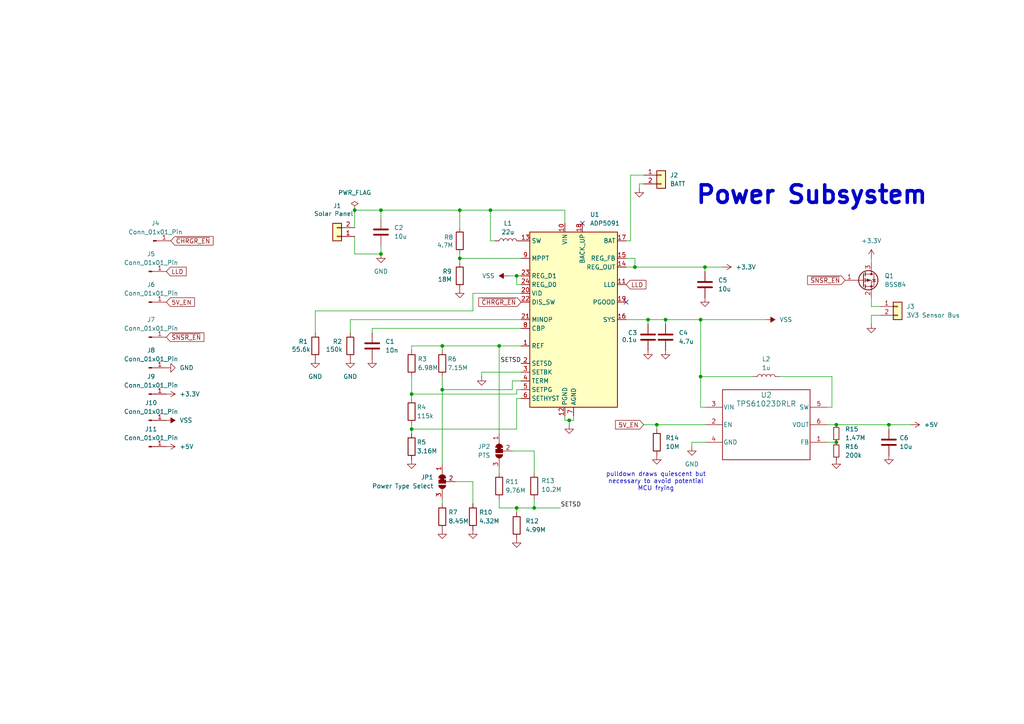
<source format=kicad_sch>
(kicad_sch (version 20231120) (generator "eeschema") (generator_version "8.0")
  (paper "A4")
  (lib_symbols
    (symbol "+3.3V_1" (power) (pin_names (offset 0))
      (property "Value" "+3.3V" (at 0 3.556 0))
      (symbol "+3.3V_1_0_1"
        (polyline (pts (xy -0.762 1.27) (xy 0 2.54)))
        (polyline (pts (xy 0 0) (xy 0 2.54)))
        (polyline (pts (xy 0 2.54) (xy 0.762 1.27)))
      )
      (symbol "+3.3V_1_1_1"
        (pin power_in line (at 0 0 90) (length 0) hide (name "+3.3V") (number "1"))
      )
    )
    (symbol "+3.3V_2" (power) (pin_names (offset 0))
      (property "Value" "+3.3V" (at 0 3.556 0))
      (symbol "+3.3V_2_0_1"
        (polyline (pts (xy -0.762 1.27) (xy 0 2.54)))
        (polyline (pts (xy 0 0) (xy 0 2.54)))
        (polyline (pts (xy 0 2.54) (xy 0.762 1.27)))
      )
      (symbol "+3.3V_2_1_1"
        (pin power_in line (at 0 0 90) (length 0) hide (name "+3.3V") (number "1"))
      )
    )
    (symbol "+5V_1" (power) (pin_names (offset 0))
      (property "Value" "+5V" (at 0 3.556 0))
      (symbol "+5V_1_0_1"
        (polyline (pts (xy -0.762 1.27) (xy 0 2.54)))
        (polyline (pts (xy 0 0) (xy 0 2.54)))
        (polyline (pts (xy 0 2.54) (xy 0.762 1.27)))
      )
      (symbol "+5V_1_1_1"
        (pin power_in line (at 0 0 90) (length 0) hide (name "+5V") (number "1"))
      )
    )
    (symbol "Battery_Management:ADP5091"
      (property "Reference" "U" (at -10.16 26.67 0))
      (property "Value" "ADP5091" (at 7.62 26.67 0))
      (symbol "ADP5091_0_1"
        (rectangle (start 12.7 25.4) (end -12.7 -25.4) (stroke (width 0.254)) (fill (type background)))
      )
      (symbol "ADP5091_1_1"
        (pin passive line (at -15.24 -7.62 0) (length 2.54) (name "REF") (number "1"))
        (pin power_in line (at -2.54 27.94 270) (length 2.54) (name "VIN") (number "10"))
        (pin output line (at 15.24 10.16 180) (length 2.54) (name "LLD") (number "11"))
        (pin power_in line (at -2.54 -27.94 90) (length 2.54) (name "PGND") (number "12"))
        (pin power_in line (at -15.24 22.86 0) (length 2.54) (name "SW") (number "13"))
        (pin power_out line (at 15.24 15.24 180) (length 2.54) (name "REG_OUT") (number "14"))
        (pin power_out line (at 15.24 17.78 180) (length 2.54) (name "REG_FB") (number "15"))
        (pin power_out line (at 15.24 0 180) (length 2.54) (name "SYS") (number "16"))
        (pin power_out line (at 15.24 22.86 180) (length 2.54) (name "BAT") (number "17"))
        (pin power_in line (at 2.54 27.94 270) (length 2.54) (name "BACK_UP") (number "18"))
        (pin output line (at 15.24 5.08 180) (length 2.54) (name "PGOOD") (number "19"))
        (pin passive line (at -15.24 -12.7 0) (length 2.54) (name "SETSD") (number "2"))
        (pin input line (at -15.24 7.62 0) (length 2.54) (name "VID") (number "20"))
        (pin passive line (at -15.24 0 0) (length 2.54) (name "MINOP") (number "21"))
        (pin input line (at -15.24 5.08 0) (length 2.54) (name "DIS_SW") (number "22"))
        (pin input line (at -15.24 12.7 0) (length 2.54) (name "REG_D1") (number "23"))
        (pin input line (at -15.24 10.16 0) (length 2.54) (name "REG_D0") (number "24"))
        (pin passive line (at 0 -27.94 90) (length 2.54) hide (name "AGND") (number "25"))
        (pin passive line (at -15.24 -15.24 0) (length 2.54) (name "SETBK") (number "3"))
        (pin passive line (at -15.24 -17.78 0) (length 2.54) (name "TERM") (number "4"))
        (pin passive line (at -15.24 -20.32 0) (length 2.54) (name "SETPG") (number "5"))
        (pin passive line (at -15.24 -22.86 0) (length 2.54) (name "SETHYST") (number "6"))
        (pin power_in line (at 0 -27.94 90) (length 2.54) (name "AGND") (number "7"))
        (pin passive line (at -15.24 -2.54 0) (length 2.54) (name "CBP") (number "8"))
        (pin input line (at -15.24 17.78 0) (length 2.54) (name "MPPT") (number "9"))
      )
    )
    (symbol "Connector:Conn_01x01_Pin" (pin_names (offset 1.016) hide)
      (property "Reference" "J" (at 0 2.54 0))
      (property "Value" "Conn_01x01_Pin" (at 0 -2.54 0))
      (symbol "Conn_01x01_Pin_1_1"
        (polyline (pts (xy 1.27 0) (xy 0.8636 0)) (stroke (width 0.1524)))
        (rectangle (start 0.8636 0.127) (end 0 -0.127) (stroke (width 0.1524)) (fill (type outline)))
        (pin passive line (at 5.08 0 180) (length 3.81) (name "Pin_1") (number "1"))
      )
    )
    (symbol "Connector_Generic:Conn_01x02" (pin_names (offset 1.016) hide)
      (property "Reference" "J" (at 0 2.54 0))
      (property "Value" "Conn_01x02" (at 0 -5.08 0))
      (symbol "Conn_01x02_1_1"
        (rectangle (start -1.27 -2.413) (end 0 -2.667) (stroke (width 0.1524)))
        (rectangle (start -1.27 0.127) (end 0 -0.127) (stroke (width 0.1524)))
        (rectangle (start -1.27 1.27) (end 1.27 -3.81) (stroke (width 0.254)) (fill (type background)))
        (pin passive line (at -5.08 0 0) (length 3.81) (name "Pin_1") (number "1"))
        (pin passive line (at -5.08 -2.54 0) (length 3.81) (name "Pin_2") (number "2"))
      )
    )
    (symbol "Device:C" (pin_numbers hide) (pin_names (offset 0.254))
      (property "Reference" "C" (at 0.635 2.54 0))
      (property "Value" "C" (at 0.635 -2.54 0))
      (symbol "C_0_1"
        (polyline (pts (xy -2.032 -0.762) (xy 2.032 -0.762)) (stroke (width 0.508)))
        (polyline (pts (xy -2.032 0.762) (xy 2.032 0.762)) (stroke (width 0.508)))
      )
      (symbol "C_1_1"
        (pin passive line (at 0 3.81 270) (length 2.794) (name "~") (number "1"))
        (pin passive line (at 0 -3.81 90) (length 2.794) (name "~") (number "2"))
      )
    )
    (symbol "Device:L" (pin_numbers hide) (pin_names (offset 1.016) hide)
      (property "Reference" "L" (at -1.27 0 90))
      (property "Value" "L" (at 1.905 0 90))
      (symbol "L_0_1"
        (arc (start 0 -2.54) (mid 0.6323 -1.905) (end 0 -1.27))
        (arc (start 0 -1.27) (mid 0.6323 -0.635) (end 0 0))
        (arc (start 0 0) (mid 0.6323 0.635) (end 0 1.27))
        (arc (start 0 1.27) (mid 0.6323 1.905) (end 0 2.54))
      )
      (symbol "L_1_1"
        (pin passive line (at 0 3.81 270) (length 1.27) (name "1") (number "1"))
        (pin passive line (at 0 -3.81 90) (length 1.27) (name "2") (number "2"))
      )
    )
    (symbol "Device:R" (pin_numbers hide) (pin_names (offset 0))
      (property "Reference" "R" (at 2.032 0 90))
      (property "Value" "R" (at 0 0 90))
      (symbol "R_0_1"
        (rectangle (start -1.016 -2.54) (end 1.016 2.54) (stroke (width 0.254)))
      )
      (symbol "R_1_1"
        (pin passive line (at 0 3.81 270) (length 1.27) (name "~") (number "1"))
        (pin passive line (at 0 -3.81 90) (length 1.27) (name "~") (number "2"))
      )
    )
    (symbol "Device:R_Small" (pin_numbers hide) (pin_names (offset 0.254) hide)
      (property "Reference" "R" (at 0.762 0.508 0))
      (property "Value" "R_Small" (at 0.762 -1.016 0))
      (symbol "R_Small_0_1"
        (rectangle (start -0.762 1.778) (end 0.762 -1.778) (stroke (width 0.2032)))
      )
      (symbol "R_Small_1_1"
        (pin passive line (at 0 2.54 270) (length 0.762) (name "~") (number "1"))
        (pin passive line (at 0 -2.54 90) (length 0.762) (name "~") (number "2"))
      )
    )
    (symbol "GND_1" (power) (pin_names (offset 0))
      (property "Value" "GND" (at 0 -3.81 0))
      (symbol "GND_1_0_1"
        (polyline (pts (xy 0 0) (xy 0 -1.27) (xy 1.27 -1.27) (xy 0 -2.54) (xy -1.27 -1.27) (xy 0 -1.27)))
      )
      (symbol "GND_1_1_1"
        (pin power_in line (at 0 0 270) (length 0) hide (name "GND") (number "1"))
      )
    )
    (symbol "Jumper:SolderJumper_3_Bridged12" (pin_names (offset 0) hide) (exclude_from_sim yes) (in_bom no)
      (property "Reference" "JP" (at -2.54 -2.54 0))
      (property "Value" "SolderJumper_3_Bridged12" (at 0 2.794 0))
      (symbol "SolderJumper_3_Bridged12_0_1"
        (rectangle (start -1.016 0.508) (end -0.508 -0.508) (fill (type outline)))
        (arc (start -1.016 1.016) (mid -2.0276 0) (end -1.016 -1.016))
        (arc (start -1.016 1.016) (mid -2.0276 0) (end -1.016 -1.016) (fill (type outline)))
        (rectangle (start -0.508 1.016) (end 0.508 -1.016) (fill (type outline)))
        (polyline (pts (xy -2.54 0) (xy -2.032 0)))
        (polyline (pts (xy -1.016 1.016) (xy -1.016 -1.016)))
        (polyline (pts (xy 0 -1.27) (xy 0 -1.016)))
        (polyline (pts (xy 1.016 1.016) (xy 1.016 -1.016)))
        (polyline (pts (xy 2.54 0) (xy 2.032 0)))
        (arc (start 1.016 -1.016) (mid 2.0276 0) (end 1.016 1.016))
        (arc (start 1.016 -1.016) (mid 2.0276 0) (end 1.016 1.016) (fill (type outline)))
      )
      (symbol "SolderJumper_3_Bridged12_1_1"
        (pin passive line (at -5.08 0 0) (length 2.54) (name "A") (number "1"))
        (pin passive line (at 0 -3.81 90) (length 2.54) (name "C") (number "2"))
        (pin passive line (at 5.08 0 180) (length 2.54) (name "B") (number "3"))
      )
    )
    (symbol "TPS61023:TPS61023DRLR" (pin_names (offset 0.254))
      (property "Reference" "U" (at 0 2.54 0))
      (property "Value" "TPS61023DRLR" (at 0 0 0))
      (symbol "TPS61023DRLR_0_1"
        (polyline (pts (xy -12.7 -10.16) (xy 12.7 -10.16)) (stroke (width 0.2032)))
        (polyline (pts (xy -12.7 10.16) (xy -12.7 -10.16)) (stroke (width 0.2032)))
        (polyline (pts (xy 12.7 -10.16) (xy 12.7 10.16)) (stroke (width 0.2032)))
        (polyline (pts (xy 12.7 10.16) (xy -12.7 10.16)) (stroke (width 0.2032)))
        (pin input line (at 17.78 -5.08 180) (length 5.08) (name "FB") (number "1"))
        (pin input line (at -17.78 0 0) (length 5.08) (name "EN") (number "2"))
        (pin power_in line (at -17.78 5.08 0) (length 5.08) (name "VIN") (number "3"))
        (pin power_in line (at -17.78 -5.08 0) (length 5.08) (name "GND") (number "4"))
        (pin power_in line (at 17.78 5.08 180) (length 5.08) (name "SW") (number "5"))
        (pin power_in line (at 17.78 0 180) (length 5.08) (name "VOUT") (number "6"))
      )
    )
    (symbol "Transistor_FET:BSS84" (pin_names hide)
      (property "Reference" "Q" (at 5.08 1.905 0))
      (property "Value" "BSS84" (at 5.08 0 0))
      (symbol "BSS84_0_1"
        (polyline (pts (xy 0.254 0) (xy -2.54 0)))
        (polyline (pts (xy 0.254 1.905) (xy 0.254 -1.905)) (stroke (width 0.254)))
        (polyline (pts (xy 0.762 -1.27) (xy 0.762 -2.286)) (stroke (width 0.254)))
        (polyline (pts (xy 0.762 0.508) (xy 0.762 -0.508)) (stroke (width 0.254)))
        (polyline (pts (xy 0.762 2.286) (xy 0.762 1.27)) (stroke (width 0.254)))
        (polyline (pts (xy 2.54 2.54) (xy 2.54 1.778)))
        (polyline (pts (xy 2.54 -2.54) (xy 2.54 0) (xy 0.762 0)))
        (polyline (pts (xy 0.762 1.778) (xy 3.302 1.778) (xy 3.302 -1.778) (xy 0.762 -1.778)))
        (polyline (pts (xy 2.286 0) (xy 1.27 0.381) (xy 1.27 -0.381) (xy 2.286 0)) (fill (type outline)))
        (polyline (pts (xy 2.794 -0.508) (xy 2.921 -0.381) (xy 3.683 -0.381) (xy 3.81 -0.254)))
        (polyline (pts (xy 3.302 -0.381) (xy 2.921 0.254) (xy 3.683 0.254) (xy 3.302 -0.381)))
        (circle (center 1.651 0) (radius 2.794) (stroke (width 0.254)))
        (circle (center 2.54 -1.778) (radius 0.254) (fill (type outline)))
        (circle (center 2.54 1.778) (radius 0.254) (fill (type outline)))
      )
      (symbol "BSS84_1_1"
        (pin input line (at -5.08 0 0) (length 2.54) (name "G") (number "1"))
        (pin passive line (at 2.54 -5.08 90) (length 2.54) (name "S") (number "2"))
        (pin passive line (at 2.54 5.08 270) (length 2.54) (name "D") (number "3"))
      )
    )
    (symbol "VSS_1" (power) (pin_names (offset 0))
      (property "Value" "VSS" (at 0 3.81 0))
      (symbol "VSS_1_0_1"
        (polyline (pts (xy 0 0) (xy 0 2.54)))
        (polyline (pts (xy 0.762 1.27) (xy -0.762 1.27) (xy 0 2.54) (xy 0.762 1.27)) (fill (type outline)))
      )
      (symbol "VSS_1_1_1"
        (pin power_in line (at 0 0 90) (length 0) hide (name "VSS") (number "1"))
      )
    )
    (symbol "power:+3.3V" (power) (pin_numbers hide) (pin_names (offset 0) hide)
      (property "Value" "+3.3V" (at 0 3.556 0))
      (symbol "+3.3V_0_1"
        (polyline (pts (xy -0.762 1.27) (xy 0 2.54)))
        (polyline (pts (xy 0 0) (xy 0 2.54)))
        (polyline (pts (xy 0 2.54) (xy 0.762 1.27)))
      )
      (symbol "+3.3V_1_1"
        (pin power_in line (at 0 0 90) (length 0) (name "~") (number "1"))
      )
    )
    (symbol "power:+5V" (power) (pin_numbers hide) (pin_names (offset 0) hide)
      (property "Value" "+5V" (at 0 3.556 0))
      (symbol "+5V_0_1"
        (polyline (pts (xy -0.762 1.27) (xy 0 2.54)))
        (polyline (pts (xy 0 0) (xy 0 2.54)))
        (polyline (pts (xy 0 2.54) (xy 0.762 1.27)))
      )
      (symbol "+5V_1_1"
        (pin power_in line (at 0 0 90) (length 0) (name "~") (number "1"))
      )
    )
    (symbol "power:GND" (power) (pin_numbers hide) (pin_names (offset 0) hide)
      (property "Value" "GND" (at 0 -3.81 0))
      (symbol "GND_0_1"
        (polyline (pts (xy 0 0) (xy 0 -1.27) (xy 1.27 -1.27) (xy 0 -2.54) (xy -1.27 -1.27) (xy 0 -1.27)))
      )
      (symbol "GND_1_1"
        (pin power_in line (at 0 0 270) (length 0) (name "~") (number "1"))
      )
    )
    (symbol "power:PWR_FLAG" (power) (pin_numbers hide) (pin_names (offset 0) hide)
      (property "Value" "PWR_FLAG" (at 0 3.81 0))
      (symbol "PWR_FLAG_0_0"
        (pin power_out line (at 0 0 90) (length 0) (name "pwr") (number "1"))
      )
      (symbol "PWR_FLAG_0_1"
        (polyline (pts (xy 0 0) (xy 0 1.27) (xy -1.016 1.905) (xy 0 2.54) (xy 1.016 1.905) (xy 0 1.27)))
      )
    )
    (symbol "power:VSS" (power) (pin_numbers hide) (pin_names (offset 0) hide)
      (property "Value" "VSS" (at 0 3.556 0))
      (symbol "VSS_0_1"
        (polyline (pts (xy 0 0) (xy 0 2.54)))
        (polyline (pts (xy 0.762 1.27) (xy -0.762 1.27) (xy 0 2.54) (xy 0.762 1.27)) (fill (type outline)))
      )
      (symbol "VSS_1_1"
        (pin power_in line (at 0 0 90) (length 0) (name "~") (number "1"))
      )
    )
  )
  (junction (at 128.27 100.33))
  (junction (at 133.35 74.93))
  (junction (at 165.1 121.92))
  (junction (at 193.04 92.71))
  (junction (at 119.38 124.46))
  (junction (at 110.49 73.66))
  (junction (at 154.94 147.32))
  (junction (at 110.49 60.96))
  (junction (at 119.38 114.3))
  (junction (at 257.81 123.19))
  (junction (at 187.96 92.71))
  (junction (at 149.86 80.01))
  (junction (at 133.35 60.96))
  (junction (at 203.2 109.22))
  (junction (at 184.15 77.47))
  (junction (at 149.86 147.32))
  (junction (at 203.2 92.71))
  (junction (at 142.24 60.96))
  (junction (at 190.5 123.19))
  (junction (at 242.57 123.19))
  (junction (at 102.87 60.96))
  (junction (at 128.27 113.03))
  (junction (at 242.57 128.27))
  (junction (at 144.78 100.33))
  (junction (at 204.47 77.47))
  (no_connect (at 181.61 87.63))
  (no_connect (at 168.91 64.77))
  (wire (pts (xy 119.38 109.22) (xy 119.38 114.3)))
  (wire (pts (xy 102.87 60.96) (xy 110.49 60.96)))
  (wire (pts (xy 257.81 123.19) (xy 264.16 123.19)))
  (wire (pts (xy 186.69 123.19) (xy 190.5 123.19)))
  (wire (pts (xy 142.24 60.96) (xy 163.83 60.96)))
  (wire (pts (xy 133.35 74.93) (xy 151.13 74.93)))
  (wire (pts (xy 132.08 139.7) (xy 137.16 139.7)))
  (wire (pts (xy 110.49 60.96) (xy 133.35 60.96)))
  (wire (pts (xy 137.16 139.7) (xy 137.16 146.05)))
  (wire (pts (xy 139.7 109.22) (xy 139.7 107.95)))
  (wire (pts (xy 184.15 77.47) (xy 204.47 77.47)))
  (wire (pts (xy 149.86 82.55) (xy 149.86 80.01)))
  (wire (pts (xy 128.27 100.33) (xy 119.38 100.33)))
  (wire (pts (xy 128.27 100.33) (xy 128.27 101.6)))
  (wire (pts (xy 193.04 93.98) (xy 193.04 92.71)))
  (wire (pts (xy 186.69 53.34) (xy 185.42 53.34)))
  (wire (pts (xy 242.57 123.19) (xy 257.81 123.19)))
  (wire (pts (xy 147.32 80.01) (xy 149.86 80.01)))
  (wire (pts (xy 193.04 92.71) (xy 203.2 92.71)))
  (wire (pts (xy 240.03 128.27) (xy 242.57 128.27)))
  (wire (pts (xy 102.87 73.66) (xy 110.49 73.66)))
  (wire (pts (xy 148.59 113.03) (xy 128.27 113.03)))
  (wire (pts (xy 257.81 123.19) (xy 257.81 124.46)))
  (wire (pts (xy 185.42 53.34) (xy 185.42 54.61)))
  (wire (pts (xy 151.13 110.49) (xy 148.59 110.49)))
  (wire (pts (xy 139.7 107.95) (xy 151.13 107.95)))
  (wire (pts (xy 128.27 144.78) (xy 128.27 146.05)))
  (wire (pts (xy 203.2 109.22) (xy 203.2 118.11)))
  (wire (pts (xy 148.59 130.81) (xy 154.94 130.81)))
  (wire (pts (xy 119.38 124.46) (xy 149.86 124.46)))
  (wire (pts (xy 165.1 121.92) (xy 165.1 123.19)))
  (wire (pts (xy 119.38 124.46) (xy 119.38 123.19)))
  (wire (pts (xy 154.94 147.32) (xy 154.94 144.78)))
  (wire (pts (xy 149.86 124.46) (xy 149.86 115.57)))
  (wire (pts (xy 119.38 100.33) (xy 119.38 101.6)))
  (wire (pts (xy 133.35 60.96) (xy 133.35 66.04)))
  (wire (pts (xy 182.88 50.8) (xy 182.88 69.85)))
  (wire (pts (xy 144.78 147.32) (xy 149.86 147.32)))
  (wire (pts (xy 107.95 95.25) (xy 151.13 95.25)))
  (wire (pts (xy 101.6 96.52) (xy 101.6 92.71)))
  (wire (pts (xy 149.86 80.01) (xy 151.13 80.01)))
  (wire (pts (xy 203.2 92.71) (xy 203.2 109.22)))
  (wire (pts (xy 252.73 88.9) (xy 255.27 88.9)))
  (wire (pts (xy 163.83 120.65) (xy 163.83 121.92)))
  (wire (pts (xy 151.13 113.03) (xy 149.86 113.03)))
  (wire (pts (xy 218.44 109.22) (xy 203.2 109.22)))
  (wire (pts (xy 252.73 74.93) (xy 252.73 76.2)))
  (wire (pts (xy 203.2 92.71) (xy 222.25 92.71)))
  (wire (pts (xy 240.03 123.19) (xy 242.57 123.19)))
  (wire (pts (xy 204.47 77.47) (xy 209.55 77.47)))
  (wire (pts (xy 204.47 128.27) (xy 200.66 128.27)))
  (wire (pts (xy 163.83 121.92) (xy 165.1 121.92)))
  (wire (pts (xy 149.86 115.57) (xy 151.13 115.57)))
  (wire (pts (xy 184.15 74.93) (xy 184.15 77.47)))
  (wire (pts (xy 226.06 109.22) (xy 241.3 109.22)))
  (wire (pts (xy 102.87 66.04) (xy 102.87 60.96)))
  (wire (pts (xy 204.47 77.47) (xy 204.47 78.74)))
  (wire (pts (xy 133.35 74.93) (xy 133.35 76.2)))
  (wire (pts (xy 144.78 100.33) (xy 144.78 125.73)))
  (wire (pts (xy 91.44 90.17) (xy 91.44 96.52)))
  (wire (pts (xy 149.86 147.32) (xy 149.86 148.59)))
  (wire (pts (xy 107.95 95.25) (xy 107.95 96.52)))
  (wire (pts (xy 101.6 92.71) (xy 151.13 92.71)))
  (wire (pts (xy 187.96 92.71) (xy 193.04 92.71)))
  (wire (pts (xy 181.61 74.93) (xy 184.15 74.93)))
  (wire (pts (xy 190.5 123.19) (xy 204.47 123.19)))
  (wire (pts (xy 154.94 130.81) (xy 154.94 137.16)))
  (wire (pts (xy 143.51 69.85) (xy 142.24 69.85)))
  (wire (pts (xy 151.13 82.55) (xy 149.86 82.55)))
  (wire (pts (xy 241.3 118.11) (xy 240.03 118.11)))
  (wire (pts (xy 128.27 100.33) (xy 144.78 100.33)))
  (wire (pts (xy 200.66 128.27) (xy 200.66 129.54)))
  (wire (pts (xy 149.86 114.3) (xy 119.38 114.3)))
  (wire (pts (xy 182.88 50.8) (xy 186.69 50.8)))
  (wire (pts (xy 165.1 121.92) (xy 166.37 121.92)))
  (wire (pts (xy 91.44 90.17) (xy 137.16 90.17)))
  (wire (pts (xy 119.38 114.3) (xy 119.38 115.57)))
  (wire (pts (xy 144.78 100.33) (xy 151.13 100.33)))
  (wire (pts (xy 133.35 60.96) (xy 142.24 60.96)))
  (wire (pts (xy 163.83 64.77) (xy 163.83 60.96)))
  (wire (pts (xy 110.49 71.12) (xy 110.49 73.66)))
  (wire (pts (xy 154.94 147.32) (xy 162.56 147.32)))
  (wire (pts (xy 190.5 123.19) (xy 190.5 124.46)))
  (wire (pts (xy 151.13 85.09) (xy 137.16 85.09)))
  (wire (pts (xy 255.27 91.44) (xy 252.73 91.44)))
  (wire (pts (xy 241.3 109.22) (xy 241.3 118.11)))
  (wire (pts (xy 252.73 86.36) (xy 252.73 88.9)))
  (wire (pts (xy 119.38 124.46) (xy 119.38 125.73)))
  (wire (pts (xy 142.24 69.85) (xy 142.24 60.96)))
  (wire (pts (xy 149.86 147.32) (xy 154.94 147.32)))
  (wire (pts (xy 203.2 118.11) (xy 204.47 118.11)))
  (wire (pts (xy 128.27 109.22) (xy 128.27 113.03)))
  (wire (pts (xy 110.49 60.96) (xy 110.49 63.5)))
  (wire (pts (xy 181.61 92.71) (xy 187.96 92.71)))
  (wire (pts (xy 149.86 113.03) (xy 149.86 114.3)))
  (wire (pts (xy 133.35 74.93) (xy 133.35 73.66)))
  (wire (pts (xy 182.88 69.85) (xy 181.61 69.85)))
  (wire (pts (xy 137.16 85.09) (xy 137.16 90.17)))
  (wire (pts (xy 102.87 68.58) (xy 102.87 73.66)))
  (wire (pts (xy 187.96 92.71) (xy 187.96 93.98)))
  (wire (pts (xy 128.27 113.03) (xy 128.27 134.62)))
  (wire (pts (xy 148.59 110.49) (xy 148.59 113.03)))
  (wire (pts (xy 144.78 147.32) (xy 144.78 144.78)))
  (wire (pts (xy 252.73 91.44) (xy 252.73 93.98)))
  (wire (pts (xy 181.61 77.47) (xy 184.15 77.47)))
  (wire (pts (xy 166.37 120.65) (xy 166.37 121.92)))
  (wire (pts (xy 144.78 135.89) (xy 144.78 137.16)))
  (text "pulldown draws quiescent but\nnecessary to avoid potential\nMCU frying\n" (at 190.246 139.7 0) (effects (font (size 1.27 1.27))))
  (text "Power Subsystem\n" (at 235.458 56.642 0) (effects (font (size 5.08 5.08) (bold yes))))
  (label "SETSD" (at 162.56 147.32 0))
  (label "SETSD" (at 151.13 105.41 180))
  (global_label "~{SNSR_EN}" (shape input) (at 245.11 81.28 180) (property "Intersheetrefs" "${INTERSHEET_REFS}" (effects (hide yes))))
  (global_label "~{CHRGR_EN}" (shape input) (at 151.13 87.63 180) (property "Intersheetrefs" "${INTERSHEET_REFS}" (effects (hide yes))))
  (global_label "5V_EN" (shape input) (at 186.69 123.19 180) (property "Intersheetrefs" "${INTERSHEET_REFS}" (effects (hide yes))))
  (global_label "5V_EN" (shape input) (at 48.26 87.63 0) (property "Intersheetrefs" "${INTERSHEET_REFS}" (effects (hide yes))))
  (global_label "LLD" (shape input) (at 181.61 82.55 0) (property "Intersheetrefs" "${INTERSHEET_REFS}" (effects (hide yes))))
  (global_label "LLD" (shape input) (at 48.26 78.74 0) (property "Intersheetrefs" "${INTERSHEET_REFS}" (effects (hide yes))))
  (global_label "~{CHRGR_EN}" (shape input) (at 49.53 69.85 0) (property "Intersheetrefs" "${INTERSHEET_REFS}" (effects (hide yes))))
  (global_label "~{SNSR_EN}" (shape input) (at 48.26 97.79 0) (property "Intersheetrefs" "${INTERSHEET_REFS}" (effects (hide yes))))
  (symbol (lib_id "power:GND") (at 190.5 132.08 0) (unit 1)
    (property "Reference" "#PWR015" (effects (hide yes)))
    (property "Value" "GND" (effects (hide yes)))
    (property "Description" "Power symbol creates a global label with name \"GND\" , ground" (effects (hide yes)))
  )
  (symbol (lib_id "power:GND") (at 185.42 54.61 0) (unit 1)
    (property "Reference" "#PWR013" (effects (hide yes)))
    (property "Value" "GND" (effects (hide yes)))
    (property "Description" "Power symbol creates a global label with name \"GND\" , ground" (effects (hide yes)))
  )
  (symbol (lib_id "power:GND") (at 193.04 101.6 0) (unit 1)
    (property "Reference" "#PWR016" (effects (hide yes)))
    (property "Value" "GND" (effects (hide yes)))
    (property "Description" "Power symbol creates a global label with name \"GND\" , ground" (effects (hide yes)))
  )
  (symbol (lib_id "Device:C") (at 187.96 97.79 0) (unit 1)
    (property "Reference" "C3" (at 182.118 96.52 0) (effects (justify left)))
    (property "Value" "0.1u" (at 180.34 98.552 0) (effects (justify left)))
    (property "Footprint" "Capacitor_SMD:C_0603_1608Metric" (effects (hide yes)))
    (property "Description" "Unpolarized capacitor" (effects (hide yes)))
  )
  (symbol (lib_id "Device:R") (at 101.6 100.33 180) (unit 1)
    (property "Reference" "R2" (at 96.52 99.06 0) (effects (justify right)))
    (property "Value" "150k" (at 94.488 101.346 0) (effects (justify right)))
    (property "Footprint" "Resistor_SMD:R_0603_1608Metric" (effects (hide yes)))
    (property "Description" "Resistor" (effects (hide yes)))
  )
  (symbol (lib_id "Device:R") (at 144.78 140.97 0) (unit 1)
    (property "Reference" "R11" (at 146.558 139.7 0) (effects (justify left)))
    (property "Value" "9.76M" (at 146.558 142.24 0) (effects (justify left)))
    (property "Footprint" "Resistor_SMD:R_0603_1608Metric" (effects (hide yes)))
    (property "Description" "Resistor" (effects (hide yes)))
  )
  (symbol (lib_id "Connector:Conn_01x01_Pin") (at 43.18 97.79 0) (unit 1)
    (property "Reference" "J7" (at 43.815 92.71 0))
    (property "Value" "Conn_01x01_Pin" (at 43.815 95.25 0))
    (property "Footprint" "Connector_PinHeader_2.54mm:PinHeader_1x01_P2.54mm_Vertical" (effects (hide yes)))
    (property "Description" "Generic connector, single row, 01x01, script generated" (effects (hide yes)))
  )
  (symbol (lib_id "Device:R_Small") (at 242.57 125.73 0) (unit 1)
    (property "Reference" "R15" (at 245.11 124.4599 0) (effects (justify left)))
    (property "Value" "1.47M" (at 245.11 126.9999 0) (effects (justify left)))
    (property "Footprint" "Resistor_SMD:R_0603_1608Metric" (effects (hide yes)))
    (property "Description" "Resistor, small symbol" (effects (hide yes)))
  )
  (symbol (lib_id "Connector:Conn_01x01_Pin") (at 43.18 87.63 0) (unit 1)
    (property "Reference" "J6" (at 43.815 82.55 0))
    (property "Value" "Conn_01x01_Pin" (at 43.815 85.09 0))
    (property "Footprint" "Connector_PinHeader_2.54mm:PinHeader_1x01_P2.54mm_Vertical" (effects (hide yes)))
    (property "Description" "Generic connector, single row, 01x01, script generated" (effects (hide yes)))
  )
  (symbol (lib_id "Device:C") (at 107.95 100.33 0) (unit 1)
    (property "Reference" "C1" (at 111.76 99.0599 0) (effects (justify left)))
    (property "Value" "10n" (at 111.76 101.5999 0) (effects (justify left)))
    (property "Footprint" "Capacitor_SMD:C_0603_1608Metric" (effects (hide yes)))
    (property "Description" "Unpolarized capacitor" (effects (hide yes)))
  )
  (symbol (lib_id "Device:R") (at 149.86 152.4 0) (unit 1)
    (property "Reference" "R12" (at 152.4 151.1299 0) (effects (justify left)))
    (property "Value" "4.99M" (at 152.4 153.6699 0) (effects (justify left)))
    (property "Footprint" "Resistor_SMD:R_0603_1608Metric" (effects (hide yes)))
    (property "Description" "Resistor" (effects (hide yes)))
  )
  (symbol (lib_id "Device:R") (at 190.5 128.27 0) (unit 1)
    (property "Reference" "R14" (at 193.04 126.9999 0) (effects (justify left)))
    (property "Value" "10M" (at 193.04 129.5399 0) (effects (justify left)))
    (property "Footprint" "Resistor_SMD:R_0603_1608Metric" (effects (hide yes)))
    (property "Description" "Resistor" (effects (hide yes)))
  )
  (symbol (lib_id "Device:R") (at 137.16 149.86 0) (unit 1)
    (property "Reference" "R10" (at 138.938 148.59 0) (effects (justify left)))
    (property "Value" "4.32M" (at 138.938 151.13 0) (effects (justify left)))
    (property "Footprint" "Resistor_SMD:R_0603_1608Metric" (effects (hide yes)))
    (property "Description" "Resistor" (effects (hide yes)))
  )
  (symbol (lib_id "Device:C") (at 204.47 82.55 0) (unit 1)
    (property "Reference" "C5" (at 208.28 81.2799 0) (effects (justify left)))
    (property "Value" "10u" (at 208.28 83.8199 0) (effects (justify left)))
    (property "Footprint" "Capacitor_SMD:C_0603_1608Metric" (effects (hide yes)))
    (property "Description" "Unpolarized capacitor" (effects (hide yes)))
  )
  (symbol (lib_id "Connector:Conn_01x01_Pin") (at 43.18 114.3 0) (unit 1)
    (property "Reference" "J9" (at 43.815 109.22 0))
    (property "Value" "Conn_01x01_Pin" (at 43.815 111.76 0))
    (property "Footprint" "Connector_PinHeader_2.54mm:PinHeader_1x01_P2.54mm_Vertical" (effects (hide yes)))
    (property "Description" "Generic connector, single row, 01x01, script generated" (effects (hide yes)))
  )
  (symbol (lib_id "power:GND") (at 101.6 104.14 0) (unit 1)
    (property "Reference" "#PWR01" (effects (hide yes)))
    (property "Value" "GND" (at 101.6 109.22 0))
    (property "Description" "Power symbol creates a global label with name \"GND\" , ground" (effects (hide yes)))
  )
  (symbol (lib_id "Connector:Conn_01x01_Pin") (at 43.18 106.68 0) (unit 1)
    (property "Reference" "J8" (at 43.815 101.6 0))
    (property "Value" "Conn_01x01_Pin" (at 43.815 104.14 0))
    (property "Footprint" "Connector_PinHeader_2.54mm:PinHeader_1x01_P2.54mm_Vertical" (effects (hide yes)))
    (property "Description" "Generic connector, single row, 01x01, script generated" (effects (hide yes)))
  )
  (symbol (lib_id "Device:C") (at 110.49 67.31 0) (unit 1)
    (property "Reference" "C2" (at 114.3 66.0399 0) (effects (justify left)))
    (property "Value" "10u" (at 114.3 68.5799 0) (effects (justify left)))
    (property "Footprint" "Capacitor_SMD:C_0603_1608Metric" (effects (hide yes)))
    (property "Description" "Unpolarized capacitor" (effects (hide yes)))
  )
  (symbol (lib_id "Connector_Generic:Conn_01x02") (at 191.77 50.8 0) (unit 1)
    (property "Reference" "J2" (at 194.31 50.7999 0) (effects (justify left)))
    (property "Value" "BATT" (at 194.31 53.3399 0) (effects (justify left)))
    (property "Footprint" "Connector_PinSocket_2.54mm:PinSocket_1x02_P2.54mm_Vertical" (effects (hide yes)))
    (property "Description" "Generic connector, single row, 01x02, script generated (kicad-library-utils/schlib/autogen/connector/)" (effects (hide yes)))
  )
  (symbol (lib_id "power:GND") (at 200.66 129.54 0) (unit 1)
    (property "Reference" "#PWR017" (effects (hide yes)))
    (property "Value" "GND" (at 200.66 134.62 0))
    (property "Description" "Power symbol creates a global label with name \"GND\" , ground" (effects (hide yes)))
  )
  (symbol (lib_id "Device:R_Small") (at 242.57 130.81 0) (unit 1)
    (property "Reference" "R16" (at 245.11 129.5399 0) (effects (justify left)))
    (property "Value" "200k" (at 245.11 132.0799 0) (effects (justify left)))
    (property "Footprint" "Resistor_SMD:R_0603_1608Metric" (effects (hide yes)))
    (property "Description" "Resistor, small symbol" (effects (hide yes)))
  )
  (symbol (lib_id "power:GND") (at 128.27 153.67 0) (unit 1)
    (property "Reference" "#PWR06" (effects (hide yes)))
    (property "Value" "GND" (effects (hide yes)))
    (property "Description" "Power symbol creates a global label with name \"GND\" , ground" (effects (hide yes)))
  )
  (symbol (lib_id "Device:C") (at 193.04 97.79 0) (unit 1)
    (property "Reference" "C4" (at 196.85 96.5199 0) (effects (justify left)))
    (property "Value" "4.7u" (at 196.85 99.0599 0) (effects (justify left)))
    (property "Footprint" "Capacitor_SMD:C_0603_1608Metric" (effects (hide yes)))
    (property "Description" "Unpolarized capacitor" (effects (hide yes)))
  )
  (symbol (lib_id "Device:R") (at 128.27 105.41 0) (unit 1)
    (property "Reference" "R6" (at 129.794 104.14 0) (effects (justify left)))
    (property "Value" "7.15M" (at 129.794 106.68 0) (effects (justify left)))
    (property "Footprint" "Resistor_SMD:R_0603_1608Metric" (effects (hide yes)))
    (property "Description" "Resistor" (effects (hide yes)))
  )
  (symbol (lib_id "TPS61023:TPS61023DRLR") (at 222.25 123.19 0) (unit 1)
    (property "Reference" "U2" (at 222.25 114.554 0) (effects (font (size 1.524 1.524))))
    (property "Value" "TPS61023DRLR" (at 222.25 117.094 0) (effects (font (size 1.524 1.524))))
    (property "Footprint" "DRL0006A" (effects (hide yes)))
    (property "Datasheet" "TPS61023DRLR" (effects (hide yes)))
  )
  (symbol (lib_id "power:GND") (at 187.96 101.6 0) (unit 1)
    (property "Reference" "#PWR014" (effects (hide yes)))
    (property "Value" "GND" (effects (hide yes)))
    (property "Description" "Power symbol creates a global label with name \"GND\" , ground" (effects (hide yes)))
  )
  (symbol (lib_id "Transistor_FET:BSS84") (at 250.19 81.28 0) (unit 1)
    (property "Reference" "Q1" (at 256.54 80.0099 0) (effects (justify left)))
    (property "Value" "BSS84" (at 256.54 82.5499 0) (effects (justify left)))
    (property "Footprint" "Package_TO_SOT_SMD:SOT-23" (effects (hide yes)))
    (property "Datasheet" "http://assets.nexperia.com/documents/data-sheet/BSS84.pdf" (effects (hide yes)))
    (property "Description" "-0.13A Id, -50V Vds, P-Channel MOSFET, SOT-23" (effects (hide yes)))
  )
  (symbol (lib_id "Connector:Conn_01x01_Pin") (at 44.45 69.85 0) (unit 1)
    (property "Reference" "J4" (at 45.085 64.77 0))
    (property "Value" "Conn_01x01_Pin" (at 45.085 67.31 0))
    (property "Footprint" "Connector_PinHeader_2.54mm:PinHeader_1x01_P2.54mm_Vertical" (effects (hide yes)))
    (property "Description" "Generic connector, single row, 01x01, script generated" (effects (hide yes)))
  )
  (symbol (lib_id "Connector_Generic:Conn_01x02") (at 97.79 68.58 180) (unit 1)
    (property "Reference" "J1" (at 97.79 59.69 0))
    (property "Value" "Solar Panel" (at 96.774 61.976 0))
    (property "Footprint" "Connector_PinSocket_2.54mm:PinSocket_1x02_P2.54mm_Vertical" (effects (hide yes)))
    (property "Description" "Generic connector, single row, 01x02, script generated (kicad-library-utils/schlib/autogen/connector/)" (effects (hide yes)))
  )
  (symbol (lib_id "Device:C") (at 257.81 128.27 0) (unit 1)
    (property "Reference" "C6" (at 260.858 127 0) (effects (justify left)))
    (property "Value" "10u" (at 260.858 129.54 0) (effects (justify left)))
    (property "Footprint" "Capacitor_SMD:C_0603_1608Metric" (effects (hide yes)))
    (property "Description" "Unpolarized capacitor" (effects (hide yes)))
  )
  (symbol (lib_id "Connector_Generic:Conn_01x02") (at 260.35 88.9 0) (unit 1)
    (property "Reference" "J3" (at 262.89 88.8999 0) (effects (justify left)))
    (property "Value" "3V3 Sensor Bus" (at 262.89 91.4399 0) (effects (justify left)))
    (property "Footprint" "Connector_PinSocket_2.54mm:PinSocket_1x02_P2.54mm_Vertical" (effects (hide yes)))
    (property "Description" "Generic connector, single row, 01x02, script generated (kicad-library-utils/schlib/autogen/connector/)" (effects (hide yes)))
  )
  (symbol (lib_id "Device:R") (at 133.35 80.01 180) (unit 1)
    (property "Reference" "R9" (at 131.064 78.74 0) (effects (justify left)))
    (property "Value" "18M" (at 131.064 81.026 0) (effects (justify left)))
    (property "Footprint" "Resistor_SMD:R_0603_1608Metric" (effects (hide yes)))
    (property "Description" "Resistor" (effects (hide yes)))
  )
  (symbol (lib_id "power:GND") (at 204.47 86.36 0) (unit 1)
    (property "Reference" "#PWR018" (effects (hide yes)))
    (property "Value" "GND" (effects (hide yes)))
    (property "Description" "Power symbol creates a global label with name \"GND\" , ground" (effects (hide yes)))
  )
  (symbol (lib_id "power:GND") (at 91.44 104.14 0) (unit 1)
    (property "Reference" "#PWR030" (effects (hide yes)))
    (property "Value" "GND" (at 91.44 109.22 0))
    (property "Description" "Power symbol creates a global label with name \"GND\" , ground" (effects (hide yes)))
  )
  (symbol (lib_id "power:+3.3V") (at 252.73 74.93 0) (unit 1)
    (property "Reference" "#PWR022" (effects (hide yes)))
    (property "Value" "+3.3V" (at 252.73 69.85 0))
    (property "Description" "Power symbol creates a global label with name \"+3.3V\"" (effects (hide yes)))
  )
  (symbol (lib_id "Battery_Management:ADP5091") (at 166.37 92.71 0) (unit 1)
    (property "Reference" "U1" (at 171.1041 62.23 0) (effects (justify left)))
    (property "Value" "ADP5091" (at 171.1041 64.77 0) (effects (justify left)))
    (property "Footprint" "Package_CSP:LFCSP-24-1EP_4x4mm_P0.5mm_EP2.3x2.3mm" (effects (hide yes)))
    (property "Datasheet" "https://www.analog.com/media/en/technical-documentation/data-sheets/ADP5091-5092.pdf" (effects (hide yes)))
    (property "Description" "Ultralow Power Energy Harvester PMUs with MPPT and Charge Management, LFCSP-24" (effects (hide yes)))
  )
  (symbol (lib_id "Jumper:SolderJumper_3_Bridged12") (at 144.78 130.81 90) (mirror x) (unit 1) (exclude_from_sim yes) (in_bom no)
    (property "Reference" "JP2" (at 142.24 129.5399 90) (effects (justify left)))
    (property "Value" "PTS" (at 142.24 132.0799 90) (effects (justify left)))
    (property "Footprint" "Jumper:SolderJumper-3_P1.3mm_Bridged12_Pad1.0x1.5mm" (effects (hide yes)))
    (property "Description" "3-pole Solder Jumper, pins 1+2 closed/bridged" (effects (hide yes)))
  )
  (symbol (lib_id "power:GND") (at 110.49 73.66 0) (unit 1)
    (property "Reference" "#PWR04" (effects (hide yes)))
    (property "Value" "GND" (at 110.49 78.74 0))
    (property "Description" "Power symbol creates a global label with name \"GND\" , ground" (effects (hide yes)))
  )
  (symbol (lib_id "Device:L") (at 147.32 69.85 90) (unit 1)
    (property "Reference" "L1" (at 147.32 64.77 90))
    (property "Value" "22u" (at 147.32 67.31 90))
    (property "Footprint" "Inductor_SMD:L_0603_1608Metric" (effects (hide yes)))
    (property "Description" "Inductor" (effects (hide yes)))
  )
  (symbol (lib_id "power:GND") (at 149.86 156.21 0) (unit 1)
    (property "Reference" "#PWR011" (effects (hide yes)))
    (property "Value" "GND" (effects (hide yes)))
    (property "Description" "Power symbol creates a global label with name \"GND\" , ground" (effects (hide yes)))
  )
  (symbol (lib_id "power:GND") (at 107.95 104.14 0) (unit 1)
    (property "Reference" "#PWR03" (effects (hide yes)))
    (property "Value" "GND" (effects (hide yes)))
    (property "Description" "Power symbol creates a global label with name \"GND\" , ground" (effects (hide yes)))
  )
  (symbol (lib_id "Connector:Conn_01x01_Pin") (at 43.18 129.54 0) (unit 1)
    (property "Reference" "J11" (at 43.815 124.46 0))
    (property "Value" "Conn_01x01_Pin" (at 43.815 127 0))
    (property "Footprint" "Connector_PinHeader_2.54mm:PinHeader_1x01_P2.54mm_Vertical" (effects (hide yes)))
    (property "Description" "Generic connector, single row, 01x01, script generated" (effects (hide yes)))
  )
  (symbol (lib_id "Device:R") (at 119.38 119.38 0) (unit 1)
    (property "Reference" "R4" (at 120.904 118.11 0) (effects (justify left)))
    (property "Value" "115k" (at 120.904 120.65 0) (effects (justify left)))
    (property "Footprint" "Resistor_SMD:R_0603_1608Metric" (effects (hide yes)))
    (property "Description" "Resistor" (effects (hide yes)))
  )
  (symbol (lib_id "power:VSS") (at 147.32 80.01 90) (mirror x) (unit 1)
    (property "Reference" "#PWR010" (effects (hide yes)))
    (property "Value" "VSS" (at 143.51 80.0099 90) (effects (justify left)))
    (property "Description" "Power symbol creates a global label with name \"VSS\"" (effects (hide yes)))
  )
  (symbol (lib_id "power:GND") (at 257.81 132.08 0) (unit 1)
    (property "Reference" "#PWR024" (effects (hide yes)))
    (property "Value" "GND" (effects (hide yes)))
    (property "Description" "Power symbol creates a global label with name \"GND\" , ground" (effects (hide yes)))
  )
  (symbol (lib_name "+5V_1") (lib_id "power:+5V") (at 48.26 129.54 270) (unit 1)
    (property "Reference" "#PWR029" (effects (hide yes)))
    (property "Value" "+5V" (at 52.07 129.5399 90) (effects (justify left)))
    (property "Description" "Power symbol creates a global label with name \"+5V\"" (effects (hide yes)))
  )
  (symbol (lib_id "Connector:Conn_01x01_Pin") (at 43.18 78.74 0) (unit 1)
    (property "Reference" "J5" (at 43.815 73.66 0))
    (property "Value" "Conn_01x01_Pin" (at 43.815 76.2 0))
    (property "Footprint" "Connector_PinHeader_2.54mm:PinHeader_1x01_P2.54mm_Vertical" (effects (hide yes)))
    (property "Description" "Generic connector, single row, 01x01, script generated" (effects (hide yes)))
  )
  (symbol (lib_id "power:VSS") (at 222.25 92.71 270) (unit 1)
    (property "Reference" "#PWR020" (effects (hide yes)))
    (property "Value" "VSS" (at 226.06 92.7099 90) (effects (justify left)))
    (property "Description" "Power symbol creates a global label with name \"VSS\"" (effects (hide yes)))
  )
  (symbol (lib_id "Device:R") (at 119.38 105.41 0) (unit 1)
    (property "Reference" "R3" (at 121.158 104.14 0) (effects (justify left)))
    (property "Value" "6.98M" (at 121.158 106.68 0) (effects (justify left)))
    (property "Footprint" "Resistor_SMD:R_0603_1608Metric" (effects (hide yes)))
    (property "Description" "Resistor" (effects (hide yes)))
  )
  (symbol (lib_id "power:GND") (at 165.1 123.19 0) (unit 1)
    (property "Reference" "#PWR012" (effects (hide yes)))
    (property "Value" "GND" (effects (hide yes)))
    (property "Description" "Power symbol creates a global label with name \"GND\" , ground" (effects (hide yes)))
  )
  (symbol (lib_id "power:GND") (at 133.35 83.82 0) (unit 1)
    (property "Reference" "#PWR07" (effects (hide yes)))
    (property "Value" "GND" (effects (hide yes)))
    (property "Description" "Power symbol creates a global label with name \"GND\" , ground" (effects (hide yes)))
  )
  (symbol (lib_id "Device:L") (at 222.25 109.22 90) (unit 1)
    (property "Reference" "L2" (at 222.25 104.14 90))
    (property "Value" "1u" (at 222.25 106.68 90))
    (property "Footprint" "Inductor_SMD:L_0603_1608Metric" (effects (hide yes)))
    (property "Description" "Inductor" (effects (hide yes)))
  )
  (symbol (lib_id "Jumper:SolderJumper_3_Bridged12") (at 128.27 139.7 90) (mirror x) (unit 1) (exclude_from_sim yes) (in_bom no)
    (property "Reference" "JP1" (at 125.73 138.4299 90) (effects (justify left)))
    (property "Value" "Power Type Select" (at 125.73 140.9699 90) (effects (justify left)))
    (property "Footprint" "Jumper:SolderJumper-3_P1.3mm_Bridged12_Pad1.0x1.5mm" (effects (hide yes)))
    (property "Description" "3-pole Solder Jumper, pins 1+2 closed/bridged" (effects (hide yes)))
  )
  (symbol (lib_id "power:GND") (at 242.57 133.35 0) (unit 1)
    (property "Reference" "#PWR021" (effects (hide yes)))
    (property "Value" "GND" (effects (hide yes)))
    (property "Description" "Power symbol creates a global label with name \"GND\" , ground" (effects (hide yes)))
  )
  (symbol (lib_id "power:GND") (at 139.7 109.22 0) (unit 1)
    (property "Reference" "#PWR09" (effects (hide yes)))
    (property "Value" "GND" (effects (hide yes)))
    (property "Description" "Power symbol creates a global label with name \"GND\" , ground" (effects (hide yes)))
  )
  (symbol (lib_id "Device:R") (at 91.44 100.33 0) (unit 1)
    (property "Reference" "R1" (at 86.614 99.06 0) (effects (justify left)))
    (property "Value" "55.6k" (at 84.582 101.346 0) (effects (justify left)))
    (property "Footprint" "Resistor_SMD:R_0603_1608Metric" (effects (hide yes)))
    (property "Description" "Resistor" (effects (hide yes)))
  )
  (symbol (lib_name "+3.3V_1") (lib_id "power:+3.3V") (at 209.55 77.47 270) (unit 1)
    (property "Reference" "#PWR019" (effects (hide yes)))
    (property "Value" "+3.3V" (at 213.36 77.4699 90) (effects (justify left)))
    (property "Description" "Power symbol creates a global label with name \"+3.3V\"" (effects (hide yes)))
  )
  (symbol (lib_id "power:GND") (at 119.38 133.35 0) (unit 1)
    (property "Reference" "#PWR05" (effects (hide yes)))
    (property "Value" "GND" (effects (hide yes)))
    (property "Description" "Power symbol creates a global label with name \"GND\" , ground" (effects (hide yes)))
  )
  (symbol (lib_id "power:GND") (at 252.73 93.98 0) (unit 1)
    (property "Reference" "#PWR023" (effects (hide yes)))
    (property "Value" "GND" (effects (hide yes)))
    (property "Description" "Power symbol creates a global label with name \"GND\" , ground" (effects (hide yes)))
  )
  (symbol (lib_id "power:GND") (at 137.16 153.67 0) (unit 1)
    (property "Reference" "#PWR08" (effects (hide yes)))
    (property "Value" "GND" (effects (hide yes)))
    (property "Description" "Power symbol creates a global label with name \"GND\" , ground" (effects (hide yes)))
  )
  (symbol (lib_id "Device:R") (at 128.27 149.86 0) (unit 1)
    (property "Reference" "R7" (at 130.048 148.59 0) (effects (justify left)))
    (property "Value" "8.45M" (at 130.048 151.13 0) (effects (justify left)))
    (property "Footprint" "Resistor_SMD:R_0603_1608Metric" (effects (hide yes)))
    (property "Description" "Resistor" (effects (hide yes)))
  )
  (symbol (lib_name "+3.3V_2") (lib_id "power:+3.3V") (at 48.26 114.3 270) (unit 1)
    (property "Reference" "#PWR027" (effects (hide yes)))
    (property "Value" "+3.3V" (at 52.07 114.2999 90) (effects (justify left)))
    (property "Description" "Power symbol creates a global label with name \"+3.3V\"" (effects (hide yes)))
  )
  (symbol (lib_id "Connector:Conn_01x01_Pin") (at 43.18 121.92 0) (unit 1)
    (property "Reference" "J10" (at 43.815 116.84 0))
    (property "Value" "Conn_01x01_Pin" (at 43.815 119.38 0))
    (property "Footprint" "Connector_PinHeader_2.54mm:PinHeader_1x01_P2.54mm_Vertical" (effects (hide yes)))
    (property "Description" "Generic connector, single row, 01x01, script generated" (effects (hide yes)))
  )
  (symbol (lib_name "VSS_1") (lib_id "power:VSS") (at 48.26 121.92 270) (unit 1)
    (property "Reference" "#PWR028" (effects (hide yes)))
    (property "Value" "VSS" (at 52.07 121.9199 90) (effects (justify left)))
    (property "Description" "Power symbol creates a global label with name \"VSS\"" (effects (hide yes)))
  )
  (symbol (lib_id "power:+5V") (at 264.16 123.19 270) (unit 1)
    (property "Reference" "#PWR025" (effects (hide yes)))
    (property "Value" "+5V" (at 267.97 123.1899 90) (effects (justify left)))
    (property "Description" "Power symbol creates a global label with name \"+5V\"" (effects (hide yes)))
  )
  (symbol (lib_name "GND_1") (lib_id "power:GND") (at 48.26 106.68 90) (unit 1)
    (property "Reference" "#PWR026" (effects (hide yes)))
    (property "Value" "GND" (at 52.07 106.6799 90) (effects (justify right)))
    (property "Description" "Power symbol creates a global label with name \"GND\" , ground" (effects (hide yes)))
  )
  (symbol (lib_id "Device:R") (at 119.38 129.54 0) (unit 1)
    (property "Reference" "R5" (at 120.904 128.27 0) (effects (justify left)))
    (property "Value" "3.16M" (at 120.904 130.81 0) (effects (justify left)))
    (property "Footprint" "Resistor_SMD:R_0603_1608Metric" (effects (hide yes)))
    (property "Description" "Resistor" (effects (hide yes)))
  )
  (symbol (lib_id "power:PWR_FLAG") (at 102.87 60.96 0) (unit 1)
    (property "Reference" "#FLG01" (effects (hide yes)))
    (property "Value" "PWR_FLAG" (at 102.87 55.88 0))
    (property "Description" "Special symbol for telling ERC where power comes from" (effects (hide yes)))
  )
  (symbol (lib_id "Device:R") (at 133.35 69.85 0) (unit 1)
    (property "Reference" "R8" (at 128.778 68.834 0) (effects (justify left)))
    (property "Value" "4.7M" (at 126.746 71.12 0) (effects (justify left)))
    (property "Footprint" "Resistor_SMD:R_0603_1608Metric" (effects (hide yes)))
    (property "Description" "Resistor" (effects (hide yes)))
  )
  (symbol (lib_id "Device:R") (at 154.94 140.97 0) (unit 1)
    (property "Reference" "R13" (at 156.972 139.446 0) (effects (justify left)))
    (property "Value" "10.2M" (at 156.972 141.986 0) (effects (justify left)))
    (property "Footprint" "Resistor_SMD:R_0603_1608Metric" (effects (hide yes)))
    (property "Description" "Resistor" (effects (hide yes)))
  )
)
</source>
